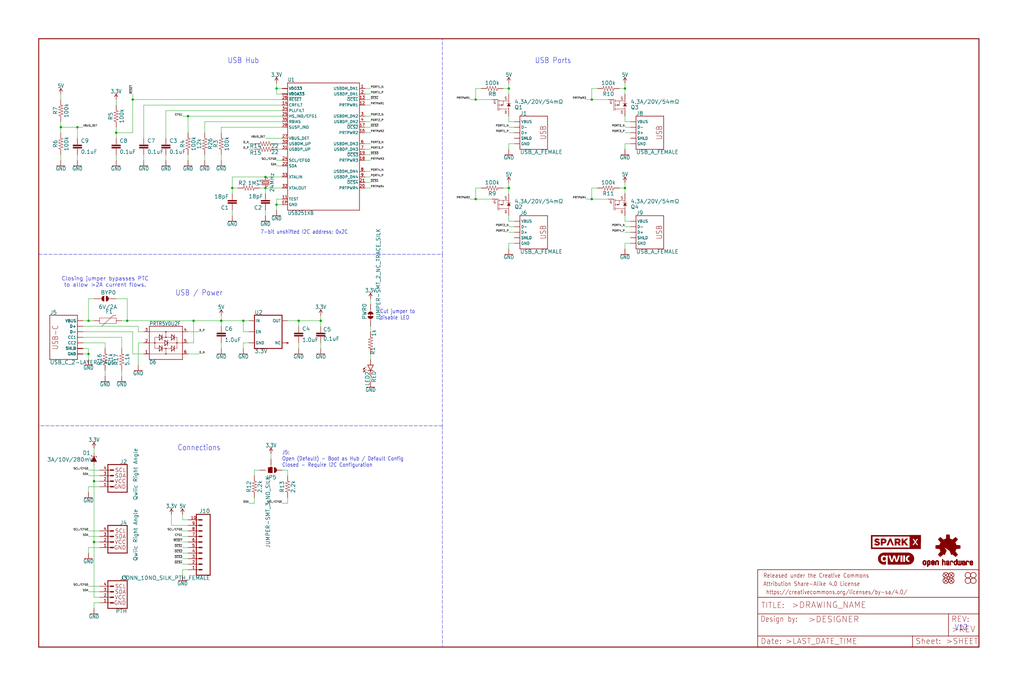
<source format=kicad_sch>
(kicad_sch (version 20211123) (generator eeschema)
  (paper "User" 470.306 317.906)
  (lib_symbols
    (symbol "eagleSchem-eagle-import:0.1UF-0603-25V-5%"
      (property "Reference" "C" (at 1.524 2.921 0))
      (property "Value" "0.1UF-0603-25V-5%" (at 1.524 -2.159 0))
      (symbol "0.1UF-0603-25V-5%_1_0"
        (pin passive line (at 0 5.08 270) (length 2.54) (name "1") (number "1"))
        (pin passive line (at 0 -2.54 90) (length 2.54) (name "2") (number "2"))
      )
    )
    (symbol "eagleSchem-eagle-import:1.0UF-0603-16V-10%-X7R"
      (property "Reference" "C" (at 1.524 2.921 0))
      (property "Value" "1.0UF-0603-16V-10%-X7R" (at 1.524 -2.159 0))
      (symbol "1.0UF-0603-16V-10%-X7R_1_0"
        (pin passive line (at 0 5.08 270) (length 2.54) (name "1") (number "1"))
        (pin passive line (at 0 -2.54 90) (length 2.54) (name "2") (number "2"))
      )
    )
    (symbol "eagleSchem-eagle-import:100KOHM-0603-1{slash}10W-1%"
      (property "Reference" "R" (at 0 1.524 0))
      (property "Value" "100KOHM-0603-1{slash}10W-1%" (at 0 -1.524 0))
      (symbol "100KOHM-0603-1{slash}10W-1%_1_0"
        (pin passive line (at -5.08 0 0) (length 2.54) (name "1") (number "1"))
        (pin passive line (at 5.08 0 180) (length 2.54) (name "2") (number "2"))
      )
    )
    (symbol "eagleSchem-eagle-import:12KOHM-0603-1{slash}10W-1%"
      (property "Reference" "R" (at 0 1.524 0))
      (property "Value" "12KOHM-0603-1{slash}10W-1%" (at 0 -1.524 0))
      (symbol "12KOHM-0603-1{slash}10W-1%_1_0"
        (pin passive line (at -5.08 0 0) (length 2.54) (name "1") (number "1"))
        (pin passive line (at 5.08 0 180) (length 2.54) (name "2") (number "2"))
      )
    )
    (symbol "eagleSchem-eagle-import:18PF-0603-50V-5%"
      (property "Reference" "C" (at 1.524 2.921 0))
      (property "Value" "18PF-0603-50V-5%" (at 1.524 -2.159 0))
      (symbol "18PF-0603-50V-5%_1_0"
        (pin passive line (at 0 5.08 270) (length 2.54) (name "1") (number "1"))
        (pin passive line (at 0 -2.54 90) (length 2.54) (name "2") (number "2"))
      )
    )
    (symbol "eagleSchem-eagle-import:1KOHM-0603-1{slash}10W-1%"
      (property "Reference" "R" (at 0 1.524 0))
      (property "Value" "1KOHM-0603-1{slash}10W-1%" (at 0 -1.524 0))
      (symbol "1KOHM-0603-1{slash}10W-1%_1_0"
        (pin passive line (at -5.08 0 0) (length 2.54) (name "1") (number "1"))
        (pin passive line (at 5.08 0 180) (length 2.54) (name "2") (number "2"))
      )
    )
    (symbol "eagleSchem-eagle-import:1MOHM-0603-1{slash}4W-5%"
      (property "Reference" "R" (at 0 1.524 0))
      (property "Value" "1MOHM-0603-1{slash}4W-5%" (at 0 -1.524 0))
      (symbol "1MOHM-0603-1{slash}4W-5%_1_0"
        (pin passive line (at -5.08 0 0) (length 2.54) (name "1") (number "1"))
        (pin passive line (at 5.08 0 180) (length 2.54) (name "2") (number "2"))
      )
    )
    (symbol "eagleSchem-eagle-import:2.2KOHM-0603-1{slash}10W-1%"
      (property "Reference" "R" (at 0 1.524 0))
      (property "Value" "2.2KOHM-0603-1{slash}10W-1%" (at 0 -1.524 0))
      (symbol "2.2KOHM-0603-1{slash}10W-1%_1_0"
        (pin passive line (at -5.08 0 0) (length 2.54) (name "1") (number "1"))
        (pin passive line (at 5.08 0 180) (length 2.54) (name "2") (number "2"))
      )
    )
    (symbol "eagleSchem-eagle-import:22OHM-0603-1{slash}10W-1%"
      (property "Reference" "R" (at 0 1.524 0))
      (property "Value" "22OHM-0603-1{slash}10W-1%" (at 0 -1.524 0))
      (symbol "22OHM-0603-1{slash}10W-1%_1_0"
        (pin passive line (at -5.08 0 0) (length 2.54) (name "1") (number "1"))
        (pin passive line (at 5.08 0 180) (length 2.54) (name "2") (number "2"))
      )
    )
    (symbol "eagleSchem-eagle-import:3.3V" (power)
      (property "Value" "3.3V" (at 0 2.794 0))
      (symbol "3.3V_1_0"
        (pin power_in line (at 0 0 90) (length 2.54) (name "3.3V") (number "1"))
      )
    )
    (symbol "eagleSchem-eagle-import:5.1KOHM5.1KOHM-0603-1{slash}10W-1%"
      (property "Reference" "R" (at 0 1.524 0))
      (property "Value" "5.1KOHM5.1KOHM-0603-1{slash}10W-1%" (at 0 -1.524 0))
      (symbol "5.1KOHM5.1KOHM-0603-1{slash}10W-1%_1_0"
        (pin passive line (at -5.08 0 0) (length 2.54) (name "1") (number "1"))
        (pin passive line (at 5.08 0 180) (length 2.54) (name "2") (number "2"))
      )
    )
    (symbol "eagleSchem-eagle-import:5V" (power)
      (property "Value" "5V" (at 0 2.794 0))
      (symbol "5V_1_0"
        (pin power_in line (at 0 0 90) (length 2.54) (name "5V") (number "1"))
      )
    )
    (symbol "eagleSchem-eagle-import:CONN_10NO_SILK_PTH_FEMALE"
      (property "Reference" "J" (at 0 8.128 0))
      (property "Value" "CONN_10NO_SILK_PTH_FEMALE" (at 0 -22.606 0))
      (symbol "CONN_10NO_SILK_PTH_FEMALE_1_0"
        (pin passive line (at 10.16 -17.78 180) (length 5.08) (name "1") (number "1"))
        (pin passive line (at 10.16 5.08 180) (length 5.08) (name "10") (number "10"))
        (pin passive line (at 10.16 -15.24 180) (length 5.08) (name "2") (number "2"))
        (pin passive line (at 10.16 -12.7 180) (length 5.08) (name "3") (number "3"))
        (pin passive line (at 10.16 -10.16 180) (length 5.08) (name "4") (number "4"))
        (pin passive line (at 10.16 -7.62 180) (length 5.08) (name "5") (number "5"))
        (pin passive line (at 10.16 -5.08 180) (length 5.08) (name "6") (number "6"))
        (pin passive line (at 10.16 -2.54 180) (length 5.08) (name "7") (number "7"))
        (pin passive line (at 10.16 0 180) (length 5.08) (name "8") (number "8"))
        (pin passive line (at 10.16 2.54 180) (length 5.08) (name "9") (number "9"))
      )
    )
    (symbol "eagleSchem-eagle-import:CRYSTAL-24MHZ-SMD-2.0X1.6MM"
      (property "Reference" "Y" (at 0 2.032 0))
      (property "Value" "CRYSTAL-24MHZ-SMD-2.0X1.6MM" (at 0 -2.032 0))
      (symbol "CRYSTAL-24MHZ-SMD-2.0X1.6MM_1_0"
        (text "1" (at -2.159 -1.143 0) (effects (font (size 0.8636 0.734)) (justify left bottom)))
        (text "2" (at 1.524 -1.143 0) (effects (font (size 0.8636 0.734)) (justify left bottom)))
        (pin passive line (at -2.54 0 0) (length 0) (name "1") (number "1"))
        (pin passive line (at 2.54 0 180) (length 0) (name "2") (number "3"))
      )
    )
    (symbol "eagleSchem-eagle-import:DIODE-SCHOTTKY-BAT60A"
      (property "Reference" "D" (at -2.54 2.032 0))
      (property "Value" "DIODE-SCHOTTKY-BAT60A" (at -2.54 -2.032 0))
      (symbol "DIODE-SCHOTTKY-BAT60A_1_0"
        (pin passive line (at -2.54 0 0) (length 0) (name "A") (number "A"))
        (pin passive line (at 2.54 0 180) (length 0) (name "C") (number "C"))
      )
    )
    (symbol "eagleSchem-eagle-import:FIDUCIALUFIDUCIAL")
    (symbol "eagleSchem-eagle-import:FRAME-LEDGER"
      (symbol "FRAME-LEDGER_2_0"
        (text " https://creativecommons.org/licenses/by-sa/4.0/" (at 2.54 24.13 0) (effects (font (size 1.9304 1.6408)) (justify left bottom)))
        (text ">DESIGNER" (at 23.114 11.176 0) (effects (font (size 2.7432 2.7432)) (justify left bottom)))
        (text ">DRAWING_NAME" (at 15.494 17.78 0) (effects (font (size 2.7432 2.7432)) (justify left bottom)))
        (text ">LAST_DATE_TIME" (at 12.7 1.27 0) (effects (font (size 2.54 2.54)) (justify left bottom)))
        (text ">REV" (at 88.9 6.604 0) (effects (font (size 2.7432 2.7432)) (justify left bottom)))
        (text ">SHEET" (at 86.36 1.27 0) (effects (font (size 2.54 2.54)) (justify left bottom)))
        (text "Attribution Share-Alike 4.0 License" (at 2.54 27.94 0) (effects (font (size 1.9304 1.6408)) (justify left bottom)))
        (text "Date:" (at 1.27 1.27 0) (effects (font (size 2.54 2.54)) (justify left bottom)))
        (text "Design by:" (at 1.27 11.43 0) (effects (font (size 2.54 2.159)) (justify left bottom)))
        (text "Released under the Creative Commons" (at 2.54 31.75 0) (effects (font (size 1.9304 1.6408)) (justify left bottom)))
        (text "REV:" (at 88.9 11.43 0) (effects (font (size 2.54 2.54)) (justify left bottom)))
        (text "Sheet:" (at 72.39 1.27 0) (effects (font (size 2.54 2.54)) (justify left bottom)))
        (text "TITLE:" (at 1.524 17.78 0) (effects (font (size 2.54 2.54)) (justify left bottom)))
      )
    )
    (symbol "eagleSchem-eagle-import:GND" (power)
      (property "Value" "GND" (at 0 -0.254 0))
      (symbol "GND_1_0"
        (pin power_in line (at 0 2.54 270) (length 2.54) (name "GND") (number "1"))
      )
    )
    (symbol "eagleSchem-eagle-import:I2C_STANDARDQWIIC"
      (property "Reference" "J" (at -5.08 7.874 0))
      (property "Value" "I2C_STANDARDQWIIC" (at -5.08 -5.334 0))
      (symbol "I2C_STANDARDQWIIC_1_0"
        (text "GND" (at -4.572 -2.54 0) (effects (font (size 1.778 1.778)) (justify left)))
        (text "SCL" (at -4.572 5.08 0) (effects (font (size 1.778 1.778)) (justify left)))
        (text "SDA" (at -4.572 2.54 0) (effects (font (size 1.778 1.778)) (justify left)))
        (text "VCC" (at -4.572 0 0) (effects (font (size 1.778 1.778)) (justify left)))
        (pin power_in line (at 7.62 -2.54 180) (length 5.08) (name "1") (number "1"))
        (pin power_in line (at 7.62 0 180) (length 5.08) (name "2") (number "2"))
        (pin passive line (at 7.62 2.54 180) (length 5.08) (name "3") (number "3"))
        (pin passive line (at 7.62 5.08 180) (length 5.08) (name "4") (number "4"))
      )
    )
    (symbol "eagleSchem-eagle-import:I2C_STANDARD_NO_SILK"
      (property "Reference" "J" (at -5.08 7.874 0))
      (property "Value" "I2C_STANDARD_NO_SILK" (at -5.08 -5.334 0))
      (symbol "I2C_STANDARD_NO_SILK_1_0"
        (text "GND" (at -4.572 -2.54 0) (effects (font (size 1.778 1.778)) (justify left)))
        (text "SCL" (at -4.572 5.08 0) (effects (font (size 1.778 1.778)) (justify left)))
        (text "SDA" (at -4.572 2.54 0) (effects (font (size 1.778 1.778)) (justify left)))
        (text "VCC" (at -4.572 0 0) (effects (font (size 1.778 1.778)) (justify left)))
        (pin power_in line (at 7.62 -2.54 180) (length 5.08) (name "1") (number "1"))
        (pin power_in line (at 7.62 0 180) (length 5.08) (name "2") (number "2"))
        (pin passive line (at 7.62 2.54 180) (length 5.08) (name "3") (number "3"))
        (pin passive line (at 7.62 5.08 180) (length 5.08) (name "4") (number "4"))
      )
    )
    (symbol "eagleSchem-eagle-import:JUMPER-SMT_2_NC_TRACE_SILK"
      (property "Reference" "JP" (at -2.54 2.54 0))
      (property "Value" "JUMPER-SMT_2_NC_TRACE_SILK" (at -2.54 -2.54 0))
      (symbol "JUMPER-SMT_2_NC_TRACE_SILK_1_0"
        (pin passive line (at -5.08 0 0) (length 2.54) (name "1") (number "1"))
        (pin passive line (at 5.08 0 180) (length 2.54) (name "2") (number "2"))
      )
    )
    (symbol "eagleSchem-eagle-import:JUMPER-SMT_2_NO_SILK"
      (property "Reference" "JP" (at -2.54 2.54 0))
      (property "Value" "JUMPER-SMT_2_NO_SILK" (at -2.54 -2.54 0))
      (symbol "JUMPER-SMT_2_NO_SILK_1_0"
        (pin passive line (at -5.08 0 0) (length 2.54) (name "1") (number "1"))
        (pin passive line (at 5.08 0 180) (length 2.54) (name "2") (number "2"))
      )
    )
    (symbol "eagleSchem-eagle-import:JUMPER-SMT_3_NO_SILK"
      (property "Reference" "JP" (at 2.54 0.381 0))
      (property "Value" "JUMPER-SMT_3_NO_SILK" (at 2.54 -0.381 0))
      (symbol "JUMPER-SMT_3_NO_SILK_1_0"
        (pin passive line (at 0 5.08 270) (length 2.54) (name "1") (number "1"))
        (pin passive line (at -5.08 0 0) (length 2.54) (name "2") (number "2"))
        (pin passive line (at 0 -5.08 90) (length 2.54) (name "3") (number "3"))
      )
    )
    (symbol "eagleSchem-eagle-import:LED-RED0603"
      (property "Reference" "D" (at -3.429 -4.572 90))
      (property "Value" "LED-RED0603" (at 1.905 -4.572 90))
      (symbol "LED-RED0603_1_0"
        (pin passive line (at 0 2.54 270) (length 2.54) (name "A") (number "A"))
        (pin passive line (at 0 -5.08 90) (length 2.54) (name "C") (number "C"))
      )
    )
    (symbol "eagleSchem-eagle-import:MOSFET_PCH-IRLML2244"
      (property "Reference" "Q" (at 5.08 0 0))
      (property "Value" "MOSFET_PCH-IRLML2244" (at 5.08 -2.54 0))
      (symbol "MOSFET_PCH-IRLML2244_1_0"
        (text "D" (at 0.508 2.54 0) (effects (font (size 1.27 1.0795)) (justify left bottom)))
        (text "G" (at -3.302 -0.508 0) (effects (font (size 1.27 1.0795)) (justify right top)))
        (text "S" (at 0.508 -3.81 0) (effects (font (size 1.27 1.0795)) (justify left bottom)))
        (pin bidirectional line (at -5.08 -2.54 0) (length 2.54) (name "G") (number "1"))
        (pin bidirectional line (at 2.54 -5.08 90) (length 2.54) (name "S") (number "2"))
        (pin bidirectional line (at 2.54 5.08 270) (length 2.54) (name "D") (number "3"))
      )
    )
    (symbol "eagleSchem-eagle-import:OSHW-LOGOMINI")
    (symbol "eagleSchem-eagle-import:PPTC_6V2A"
      (property "Reference" "F" (at 1.905 3.175 0))
      (property "Value" "PPTC_6V2A" (at 1.27 -2.794 0))
      (symbol "PPTC_6V2A_1_0"
        (pin bidirectional line (at -5.08 0 0) (length 2.54) (name "1") (number "1"))
        (pin bidirectional line (at 7.62 0 180) (length 2.54) (name "2") (number "2"))
      )
    )
    (symbol "eagleSchem-eagle-import:PRTR5V0U2F"
      (property "Reference" "D" (at -7.62 7.874 0))
      (property "Value" "PRTR5V0U2F" (at -7.62 -7.874 0))
      (symbol "PRTR5V0U2F_1_0"
        (pin bidirectional line (at -10.16 5.08 0) (length 2.54) (name "1") (number "1"))
        (pin power_in line (at -10.16 0 0) (length 2.54) (name "2") (number "2"))
        (pin bidirectional line (at -10.16 -5.08 0) (length 2.54) (name "3") (number "3"))
        (pin bidirectional line (at 10.16 -5.08 180) (length 2.54) (name "4") (number "4"))
        (pin power_in line (at 10.16 0 180) (length 2.54) (name "5") (number "5"))
        (pin bidirectional line (at 10.16 5.08 180) (length 2.54) (name "6") (number "6"))
      )
    )
    (symbol "eagleSchem-eagle-import:QWIIC_LOGO_CONNECTOR")
    (symbol "eagleSchem-eagle-import:SPARKX-LOGO4")
    (symbol "eagleSchem-eagle-import:STAND-OFF")
    (symbol "eagleSchem-eagle-import:USB251XB"
      (property "Reference" "U" (at -17.78 25.908 0))
      (property "Value" "USB251XB" (at -17.78 -35.306 0))
      (symbol "USB251XB_1_0"
        (pin bidirectional line (at 17.78 22.86 180) (length 2.54) (name "USBDM_DN1") (number "1"))
        (pin bidirectional line (at -20.32 20.32 0) (length 2.54) (name "VDDA33") (number "10"))
        (pin bidirectional line (at -20.32 -27.94 0) (length 2.54) (name "TEST") (number "11"))
        (pin bidirectional line (at 17.78 15.24 180) (length 2.54) (name "PRTPWR1") (number "12"))
        (pin bidirectional line (at 17.78 17.78 180) (length 2.54) (name "~{OCS1}") (number "13"))
        (pin bidirectional line (at -20.32 15.24 0) (length 2.54) (name "CRFILT") (number "14"))
        (pin bidirectional line (at -20.32 22.86 0) (length 2.54) (name "VDD33") (number "15"))
        (pin bidirectional line (at 17.78 2.54 180) (length 2.54) (name "PRTPWR2") (number "16"))
        (pin bidirectional line (at 17.78 5.08 180) (length 2.54) (name "~{OCS2}") (number "17"))
        (pin bidirectional line (at 17.78 -10.16 180) (length 2.54) (name "PRTPWR3") (number "18"))
        (pin bidirectional line (at 17.78 -7.62 180) (length 2.54) (name "~{OCS3}") (number "19"))
        (pin bidirectional line (at 17.78 20.32 180) (length 2.54) (name "USBDP_DN1") (number "2"))
        (pin bidirectional line (at 17.78 -22.86 180) (length 2.54) (name "PRTPWR4") (number "20"))
        (pin bidirectional line (at 17.78 -20.32 180) (length 2.54) (name "~{OCS4}") (number "21"))
        (pin bidirectional line (at -20.32 -12.7 0) (length 2.54) (name "SDA") (number "22"))
        (pin bidirectional line (at -20.32 22.86 0) (length 2.54) (name "VDD33") (number "23"))
        (pin bidirectional line (at -20.32 -10.16 0) (length 2.54) (name "SCL/CFG0") (number "24"))
        (pin bidirectional line (at -20.32 10.16 0) (length 2.54) (name "HS_IND/CFG1") (number "25"))
        (pin bidirectional line (at -20.32 17.78 0) (length 2.54) (name "~{RESET}") (number "26"))
        (pin bidirectional line (at -20.32 0 0) (length 2.54) (name "VBUS_DET") (number "27"))
        (pin bidirectional line (at -20.32 5.08 0) (length 2.54) (name "SUSP_IND") (number "28"))
        (pin bidirectional line (at -20.32 20.32 0) (length 2.54) (name "VDDA33") (number "29"))
        (pin bidirectional line (at 17.78 10.16 180) (length 2.54) (name "USBDM_DN2") (number "3"))
        (pin bidirectional line (at -20.32 -2.54 0) (length 2.54) (name "USBDM_UP") (number "30"))
        (pin bidirectional line (at -20.32 -5.08 0) (length 2.54) (name "USBDP_UP") (number "31"))
        (pin bidirectional line (at -20.32 -22.86 0) (length 2.54) (name "XTALOUT") (number "32"))
        (pin bidirectional line (at -20.32 -17.78 0) (length 2.54) (name "XTALIN") (number "33"))
        (pin bidirectional line (at -20.32 12.7 0) (length 2.54) (name "PLLFILT") (number "34"))
        (pin bidirectional line (at -20.32 7.62 0) (length 2.54) (name "RBIAS") (number "35"))
        (pin bidirectional line (at -20.32 20.32 0) (length 2.54) (name "VDDA33") (number "36"))
        (pin bidirectional line (at 17.78 7.62 180) (length 2.54) (name "USBDP_DN2") (number "4"))
        (pin bidirectional line (at -20.32 20.32 0) (length 2.54) (name "VDDA33") (number "5"))
        (pin bidirectional line (at 17.78 -2.54 180) (length 2.54) (name "USBDM_DN3") (number "6"))
        (pin bidirectional line (at 17.78 -5.08 180) (length 2.54) (name "USBDP_DN3") (number "7"))
        (pin bidirectional line (at 17.78 -15.24 180) (length 2.54) (name "USBDM_DN4") (number "8"))
        (pin bidirectional line (at 17.78 -17.78 180) (length 2.54) (name "USBDP_DN4") (number "9"))
        (pin bidirectional line (at -20.32 -30.48 0) (length 2.54) (name "GND") (number "EP"))
      )
    )
    (symbol "eagleSchem-eagle-import:USB_A_SMT_FEMALE_NS"
      (property "Reference" "J" (at -5.08 7.874 0))
      (property "Value" "USB_A_SMT_FEMALE_NS" (at -5.08 -9.906 0))
      (symbol "USB_A_SMT_FEMALE_NS_1_0"
        (text "USB" (at 7.112 -3.302 900) (effects (font (size 2.54 2.159)) (justify left bottom)))
        (pin bidirectional line (at -7.62 0 0) (length 2.54) (name "D+") (number "D+"))
        (pin bidirectional line (at -7.62 2.54 0) (length 2.54) (name "D-") (number "D-"))
        (pin power_in line (at -7.62 -5.08 0) (length 2.54) (name "GND") (number "GND"))
        (pin bidirectional line (at -7.62 -2.54 0) (length 2.54) (name "SHLD") (number "SHLD1"))
        (pin bidirectional line (at -7.62 -2.54 0) (length 2.54) (name "SHLD") (number "SHLD2"))
        (pin power_in line (at -7.62 5.08 0) (length 2.54) (name "VBUS") (number "VBUS"))
      )
    )
    (symbol "eagleSchem-eagle-import:USB_C_2-LAYER_PADS"
      (property "Reference" "J" (at -2.54 10.414 0))
      (property "Value" "USB_C_2-LAYER_PADS" (at -2.54 -12.446 0))
      (symbol "USB_C_2-LAYER_PADS_1_0"
        (text "USB-C" (at 0 0 900) (effects (font (size 2.54 2.159))))
        (pin bidirectional line (at 12.7 0 180) (length 2.54) (name "CC1") (number "A5"))
        (pin bidirectional line (at 12.7 5.08 180) (length 2.54) (name "D+") (number "A6"))
        (pin bidirectional line (at 12.7 2.54 180) (length 2.54) (name "D-") (number "A7"))
        (pin bidirectional line (at 12.7 -2.54 180) (length 2.54) (name "CC2") (number "B5"))
        (pin bidirectional line (at 12.7 5.08 180) (length 2.54) (name "D+") (number "B6"))
        (pin bidirectional line (at 12.7 2.54 180) (length 2.54) (name "D-") (number "B7"))
        (pin bidirectional line (at 12.7 -7.62 180) (length 2.54) (name "GND") (number "GND"))
        (pin bidirectional line (at 12.7 -7.62 180) (length 2.54) (name "GND") (number "GND2"))
        (pin bidirectional line (at 12.7 -5.08 180) (length 2.54) (name "SHLD") (number "SHLD1"))
        (pin bidirectional line (at 12.7 -5.08 180) (length 2.54) (name "SHLD") (number "SHLD2"))
        (pin bidirectional line (at 12.7 -5.08 180) (length 2.54) (name "SHLD") (number "SHLD3"))
        (pin bidirectional line (at 12.7 -5.08 180) (length 2.54) (name "SHLD") (number "SHLD4"))
        (pin bidirectional line (at 12.7 7.62 180) (length 2.54) (name "VBUS") (number "VBUS1"))
        (pin bidirectional line (at 12.7 7.62 180) (length 2.54) (name "VBUS") (number "VBUS2"))
      )
    )
    (symbol "eagleSchem-eagle-import:V_REG_AP2112K-3.3V"
      (property "Reference" "U" (at -7.62 7.874 0))
      (property "Value" "V_REG_AP2112K-3.3V" (at -7.62 -7.874 0))
      (symbol "V_REG_AP2112K-3.3V_1_0"
        (pin input line (at -10.16 5.08 0) (length 2.54) (name "IN") (number "1"))
        (pin input line (at -10.16 -5.08 0) (length 2.54) (name "GND") (number "2"))
        (pin input line (at -10.16 0 0) (length 2.54) (name "EN") (number "3"))
        (pin no_connect line (at 7.62 -5.08 180) (length 2.54) (name "NC") (number "4"))
        (pin passive line (at 7.62 5.08 180) (length 2.54) (name "OUT") (number "5"))
      )
    )
  )
  (junction (at 43.18 220.98))
  (junction (at 53.34 60.96))
  (junction (at 111.76 147.32))
  (junction (at 127 93.98))
  (junction (at 35.56 58.42))
  (junction (at 27.94 58.42))
  (junction (at 86.36 53.34))
  (junction (at 121.92 86.36))
  (junction (at 271.78 91.44))
  (junction (at 287.02 40.64))
  (junction (at 233.68 40.64))
  (junction (at 43.18 248.92))
  (junction (at 88.9 147.32))
  (junction (at 58.42 147.32))
  (junction (at 233.68 86.36))
  (junction (at 147.32 147.32))
  (junction (at 271.78 45.72))
  (junction (at 121.92 81.28))
  (junction (at 40.64 162.56))
  (junction (at 218.44 45.72))
  (junction (at 127 40.64))
  (junction (at 218.44 91.44))
  (junction (at 106.68 86.36))
  (junction (at 40.64 147.32))
  (junction (at 137.16 147.32))
  (junction (at 287.02 86.36))
  (junction (at 60.96 45.72))
  (junction (at 101.6 147.32))
  (wire (pts (xy 167.64 48.26) (xy 170.18 48.26)))
  (wire (pts (xy 86.36 152.4) (xy 91.44 152.4)))
  (wire (pts (xy 101.6 58.42) (xy 101.6 60.96)))
  (wire (pts (xy 45.72 223.52) (xy 40.64 223.52)))
  (wire (pts (xy 40.64 251.46) (xy 40.64 254)))
  (wire (pts (xy 38.1 147.32) (xy 40.64 147.32)))
  (wire (pts (xy 129.54 66.04) (xy 127 66.04)))
  (polyline (pts (xy 203.2 195.58) (xy 203.2 297.18)))
  (wire (pts (xy 289.56 104.14) (xy 287.02 104.14)))
  (wire (pts (xy 86.36 251.46) (xy 83.82 251.46)))
  (wire (pts (xy 53.34 63.5) (xy 53.34 60.96)))
  (wire (pts (xy 132.08 228.6) (xy 132.08 231.14)))
  (wire (pts (xy 45.72 243.84) (xy 40.64 243.84)))
  (wire (pts (xy 129.54 45.72) (xy 60.96 45.72)))
  (wire (pts (xy 116.84 228.6) (xy 116.84 231.14)))
  (wire (pts (xy 127 93.98) (xy 127 96.52)))
  (wire (pts (xy 132.08 147.32) (xy 137.16 147.32)))
  (wire (pts (xy 86.36 243.84) (xy 83.82 243.84)))
  (wire (pts (xy 55.88 172.72) (xy 55.88 170.18)))
  (wire (pts (xy 63.5 152.4) (xy 66.04 152.4)))
  (wire (pts (xy 114.3 152.4) (xy 111.76 152.4)))
  (wire (pts (xy 236.22 106.68) (xy 233.68 106.68)))
  (wire (pts (xy 45.72 271.78) (xy 40.64 271.78)))
  (wire (pts (xy 233.68 99.06) (xy 233.68 101.6)))
  (wire (pts (xy 40.64 147.32) (xy 40.64 137.16)))
  (wire (pts (xy 279.4 45.72) (xy 271.78 45.72)))
  (wire (pts (xy 58.42 147.32) (xy 88.9 147.32)))
  (wire (pts (xy 86.36 241.3) (xy 78.74 241.3)))
  (wire (pts (xy 167.64 58.42) (xy 170.18 58.42)))
  (wire (pts (xy 53.34 60.96) (xy 53.34 58.42)))
  (wire (pts (xy 106.68 86.36) (xy 106.68 88.9)))
  (wire (pts (xy 289.56 106.68) (xy 287.02 106.68)))
  (wire (pts (xy 127 91.44) (xy 127 93.98)))
  (wire (pts (xy 233.68 66.04) (xy 233.68 68.58)))
  (wire (pts (xy 111.76 147.32) (xy 114.3 147.32)))
  (wire (pts (xy 116.84 215.9) (xy 119.38 215.9)))
  (wire (pts (xy 86.36 157.48) (xy 88.9 157.48)))
  (wire (pts (xy 129.54 50.8) (xy 76.2 50.8)))
  (wire (pts (xy 279.4 91.44) (xy 271.78 91.44)))
  (wire (pts (xy 101.6 149.86) (xy 101.6 147.32)))
  (wire (pts (xy 132.08 231.14) (xy 129.54 231.14)))
  (wire (pts (xy 60.96 60.96) (xy 53.34 60.96)))
  (wire (pts (xy 170.18 149.86) (xy 170.18 152.4)))
  (wire (pts (xy 129.54 86.36) (xy 121.92 86.36)))
  (wire (pts (xy 86.36 259.08) (xy 83.82 259.08)))
  (wire (pts (xy 86.36 261.62) (xy 83.82 261.62)))
  (wire (pts (xy 111.76 147.32) (xy 101.6 147.32)))
  (wire (pts (xy 45.72 251.46) (xy 40.64 251.46)))
  (wire (pts (xy 129.54 68.58) (xy 127 68.58)))
  (wire (pts (xy 287.02 99.06) (xy 287.02 101.6)))
  (wire (pts (xy 114.3 157.48) (xy 111.76 157.48)))
  (wire (pts (xy 233.68 43.18) (xy 233.68 40.64)))
  (wire (pts (xy 53.34 137.16) (xy 58.42 137.16)))
  (wire (pts (xy 129.54 53.34) (xy 86.36 53.34)))
  (wire (pts (xy 86.36 238.76) (xy 83.82 238.76)))
  (wire (pts (xy 218.44 45.72) (xy 215.9 45.72)))
  (wire (pts (xy 53.34 73.66) (xy 53.34 71.12)))
  (wire (pts (xy 287.02 111.76) (xy 287.02 114.3)))
  (wire (pts (xy 86.36 73.66) (xy 86.36 71.12)))
  (wire (pts (xy 45.72 269.24) (xy 40.64 269.24)))
  (wire (pts (xy 27.94 43.18) (xy 27.94 45.72)))
  (wire (pts (xy 129.54 76.2) (xy 127 76.2)))
  (wire (pts (xy 45.72 218.44) (xy 40.64 218.44)))
  (wire (pts (xy 167.64 66.04) (xy 170.18 66.04)))
  (wire (pts (xy 167.64 81.28) (xy 170.18 81.28)))
  (wire (pts (xy 129.54 58.42) (xy 101.6 58.42)))
  (wire (pts (xy 83.82 261.62) (xy 83.82 264.16)))
  (wire (pts (xy 167.64 73.66) (xy 170.18 73.66)))
  (wire (pts (xy 27.94 73.66) (xy 27.94 71.12)))
  (wire (pts (xy 167.64 83.82) (xy 170.18 83.82)))
  (wire (pts (xy 45.72 215.9) (xy 40.64 215.9)))
  (wire (pts (xy 236.22 58.42) (xy 233.68 58.42)))
  (wire (pts (xy 101.6 147.32) (xy 101.6 144.78)))
  (wire (pts (xy 86.36 246.38) (xy 83.82 246.38)))
  (wire (pts (xy 129.54 55.88) (xy 93.98 55.88)))
  (wire (pts (xy 53.34 45.72) (xy 53.34 48.26)))
  (wire (pts (xy 220.98 86.36) (xy 218.44 86.36)))
  (wire (pts (xy 76.2 73.66) (xy 76.2 71.12)))
  (wire (pts (xy 45.72 246.38) (xy 40.64 246.38)))
  (wire (pts (xy 167.64 71.12) (xy 170.18 71.12)))
  (wire (pts (xy 167.64 40.64) (xy 170.18 40.64)))
  (wire (pts (xy 132.08 215.9) (xy 129.54 215.9)))
  (wire (pts (xy 45.72 274.32) (xy 43.18 274.32)))
  (wire (pts (xy 38.1 149.86) (xy 63.5 149.86)))
  (wire (pts (xy 284.48 86.36) (xy 287.02 86.36)))
  (wire (pts (xy 289.56 58.42) (xy 287.02 58.42)))
  (wire (pts (xy 289.56 111.76) (xy 287.02 111.76)))
  (wire (pts (xy 127 40.64) (xy 127 38.1)))
  (wire (pts (xy 93.98 55.88) (xy 93.98 60.96)))
  (wire (pts (xy 233.68 53.34) (xy 233.68 55.88)))
  (wire (pts (xy 226.06 91.44) (xy 218.44 91.44)))
  (wire (pts (xy 43.18 220.98) (xy 43.18 213.36)))
  (wire (pts (xy 83.82 238.76) (xy 83.82 236.22)))
  (polyline (pts (xy 203.2 116.84) (xy 203.2 195.58)))
  (wire (pts (xy 121.92 99.06) (xy 121.92 96.52)))
  (wire (pts (xy 40.64 223.52) (xy 40.64 226.06)))
  (wire (pts (xy 218.44 86.36) (xy 218.44 91.44)))
  (wire (pts (xy 60.96 152.4) (xy 60.96 162.56)))
  (wire (pts (xy 40.64 137.16) (xy 43.18 137.16)))
  (wire (pts (xy 66.04 157.48) (xy 63.5 157.48)))
  (wire (pts (xy 38.1 157.48) (xy 48.26 157.48)))
  (wire (pts (xy 86.36 53.34) (xy 83.82 53.34)))
  (wire (pts (xy 289.56 55.88) (xy 287.02 55.88)))
  (wire (pts (xy 287.02 86.36) (xy 287.02 83.82)))
  (wire (pts (xy 40.64 147.32) (xy 43.18 147.32)))
  (wire (pts (xy 289.56 66.04) (xy 287.02 66.04)))
  (wire (pts (xy 289.56 60.96) (xy 287.02 60.96)))
  (wire (pts (xy 236.22 104.14) (xy 233.68 104.14)))
  (wire (pts (xy 66.04 73.66) (xy 66.04 71.12)))
  (wire (pts (xy 48.26 172.72) (xy 48.26 170.18)))
  (wire (pts (xy 101.6 147.32) (xy 88.9 147.32)))
  (wire (pts (xy 93.98 73.66) (xy 93.98 71.12)))
  (wire (pts (xy 106.68 81.28) (xy 106.68 86.36)))
  (wire (pts (xy 231.14 40.64) (xy 233.68 40.64)))
  (wire (pts (xy 116.84 218.44) (xy 116.84 215.9)))
  (wire (pts (xy 274.32 86.36) (xy 271.78 86.36)))
  (wire (pts (xy 231.14 86.36) (xy 233.68 86.36)))
  (wire (pts (xy 170.18 175.26) (xy 170.18 172.72)))
  (wire (pts (xy 27.94 60.96) (xy 27.94 58.42)))
  (wire (pts (xy 167.64 53.34) (xy 170.18 53.34)))
  (wire (pts (xy 147.32 144.78) (xy 147.32 147.32)))
  (wire (pts (xy 35.56 73.66) (xy 35.56 71.12)))
  (wire (pts (xy 233.68 88.9) (xy 233.68 86.36)))
  (wire (pts (xy 86.36 162.56) (xy 91.44 162.56)))
  (wire (pts (xy 27.94 58.42) (xy 35.56 58.42)))
  (wire (pts (xy 43.18 248.92) (xy 43.18 220.98)))
  (wire (pts (xy 63.5 157.48) (xy 63.5 167.64)))
  (wire (pts (xy 40.64 162.56) (xy 40.64 165.1)))
  (wire (pts (xy 170.18 139.7) (xy 170.18 137.16)))
  (wire (pts (xy 116.84 66.04) (xy 114.3 66.04)))
  (wire (pts (xy 271.78 86.36) (xy 271.78 91.44)))
  (wire (pts (xy 101.6 160.02) (xy 101.6 157.48)))
  (wire (pts (xy 43.18 274.32) (xy 43.18 248.92)))
  (wire (pts (xy 48.26 157.48) (xy 48.26 160.02)))
  (wire (pts (xy 170.18 165.1) (xy 170.18 162.56)))
  (wire (pts (xy 40.64 160.02) (xy 40.64 162.56)))
  (wire (pts (xy 38.1 152.4) (xy 60.96 152.4)))
  (wire (pts (xy 287.02 40.64) (xy 287.02 38.1)))
  (wire (pts (xy 287.02 88.9) (xy 287.02 86.36)))
  (wire (pts (xy 111.76 157.48) (xy 111.76 160.02)))
  (wire (pts (xy 167.64 55.88) (xy 170.18 55.88)))
  (wire (pts (xy 129.54 40.64) (xy 127 40.64)))
  (wire (pts (xy 35.56 58.42) (xy 38.1 58.42)))
  (wire (pts (xy 121.92 86.36) (xy 119.38 86.36)))
  (wire (pts (xy 236.22 66.04) (xy 233.68 66.04)))
  (wire (pts (xy 121.92 86.36) (xy 121.92 88.9)))
  (wire (pts (xy 137.16 160.02) (xy 137.16 157.48)))
  (wire (pts (xy 129.54 81.28) (xy 121.92 81.28)))
  (wire (pts (xy 274.32 40.64) (xy 271.78 40.64)))
  (wire (pts (xy 116.84 231.14) (xy 114.3 231.14)))
  (wire (pts (xy 236.22 55.88) (xy 233.68 55.88)))
  (wire (pts (xy 271.78 40.64) (xy 271.78 45.72)))
  (wire (pts (xy 233.68 111.76) (xy 233.68 114.3)))
  (wire (pts (xy 167.64 43.18) (xy 170.18 43.18)))
  (wire (pts (xy 38.1 162.56) (xy 40.64 162.56)))
  (wire (pts (xy 43.18 276.86) (xy 43.18 279.4)))
  (wire (pts (xy 218.44 40.64) (xy 218.44 45.72)))
  (wire (pts (xy 60.96 45.72) (xy 60.96 43.18)))
  (wire (pts (xy 287.02 43.18) (xy 287.02 40.64)))
  (wire (pts (xy 129.54 63.5) (xy 121.92 63.5)))
  (wire (pts (xy 86.36 53.34) (xy 86.36 60.96)))
  (wire (pts (xy 271.78 45.72) (xy 269.24 45.72)))
  (wire (pts (xy 129.54 91.44) (xy 127 91.44)))
  (wire (pts (xy 106.68 99.06) (xy 106.68 96.52)))
  (wire (pts (xy 101.6 73.66) (xy 101.6 71.12)))
  (wire (pts (xy 63.5 149.86) (xy 63.5 152.4)))
  (wire (pts (xy 129.54 93.98) (xy 127 93.98)))
  (wire (pts (xy 111.76 152.4) (xy 111.76 147.32)))
  (wire (pts (xy 236.22 60.96) (xy 233.68 60.96)))
  (wire (pts (xy 45.72 248.92) (xy 43.18 248.92)))
  (wire (pts (xy 129.54 43.18) (xy 127 43.18)))
  (wire (pts (xy 27.94 58.42) (xy 27.94 55.88)))
  (wire (pts (xy 129.54 48.26) (xy 66.04 48.26)))
  (wire (pts (xy 78.74 241.3) (xy 78.74 236.22)))
  (wire (pts (xy 236.22 111.76) (xy 233.68 111.76)))
  (wire (pts (xy 116.84 68.58) (xy 114.3 68.58)))
  (wire (pts (xy 236.22 101.6) (xy 233.68 101.6)))
  (wire (pts (xy 137.16 147.32) (xy 147.32 147.32)))
  (wire (pts (xy 129.54 73.66) (xy 127 73.66)))
  (wire (pts (xy 147.32 149.86) (xy 147.32 147.32)))
  (polyline (pts (xy 17.78 116.84) (xy 203.2 116.84)))
  (wire (pts (xy 284.48 40.64) (xy 287.02 40.64)))
  (wire (pts (xy 167.64 45.72) (xy 170.18 45.72)))
  (wire (pts (xy 167.64 60.96) (xy 170.18 60.96)))
  (wire (pts (xy 86.36 254) (xy 83.82 254)))
  (wire (pts (xy 86.36 248.92) (xy 83.82 248.92)))
  (wire (pts (xy 38.1 160.02) (xy 40.64 160.02)))
  (wire (pts (xy 66.04 48.26) (xy 66.04 63.5)))
  (wire (pts (xy 86.36 256.54) (xy 83.82 256.54)))
  (wire (pts (xy 167.64 68.58) (xy 170.18 68.58)))
  (wire (pts (xy 45.72 276.86) (xy 43.18 276.86)))
  (wire (pts (xy 124.46 208.28) (xy 124.46 210.82)))
  (wire (pts (xy 271.78 91.44) (xy 269.24 91.44)))
  (polyline (pts (xy 203.2 195.58) (xy 17.78 195.58)))
  (wire (pts (xy 287.02 53.34) (xy 287.02 55.88)))
  (wire (pts (xy 167.64 86.36) (xy 170.18 86.36)))
  (wire (pts (xy 127 43.18) (xy 127 40.64)))
  (wire (pts (xy 121.92 81.28) (xy 106.68 81.28)))
  (wire (pts (xy 58.42 147.32) (xy 55.88 147.32)))
  (wire (pts (xy 60.96 162.56) (xy 66.04 162.56)))
  (wire (pts (xy 60.96 45.72) (xy 60.96 60.96)))
  (wire (pts (xy 287.02 66.04) (xy 287.02 68.58)))
  (wire (pts (xy 220.98 40.64) (xy 218.44 40.64)))
  (wire (pts (xy 38.1 154.94) (xy 55.88 154.94)))
  (wire (pts (xy 233.68 40.64) (xy 233.68 38.1)))
  (wire (pts (xy 137.16 147.32) (xy 137.16 149.86)))
  (wire (pts (xy 226.06 45.72) (xy 218.44 45.72)))
  (wire (pts (xy 132.08 218.44) (xy 132.08 215.9)))
  (wire (pts (xy 58.42 137.16) (xy 58.42 147.32)))
  (wire (pts (xy 109.22 86.36) (xy 106.68 86.36)))
  (wire (pts (xy 76.2 50.8) (xy 76.2 63.5)))
  (wire (pts (xy 167.64 78.74) (xy 170.18 78.74)))
  (wire (pts (xy 233.68 86.36) (xy 233.68 83.82)))
  (wire (pts (xy 45.72 220.98) (xy 43.18 220.98)))
  (wire (pts (xy 147.32 160.02) (xy 147.32 157.48)))
  (wire (pts (xy 88.9 157.48) (xy 88.9 147.32)))
  (wire (pts (xy 218.44 91.44) (xy 215.9 91.44)))
  (wire (pts (xy 43.18 208.28) (xy 43.18 205.74)))
  (polyline (pts (xy 203.2 116.84) (xy 203.2 17.78)))
  (wire (pts (xy 289.56 101.6) (xy 287.02 101.6)))
  (wire (pts (xy 55.88 160.02) (xy 55.88 154.94)))
  (wire (pts (xy 35.56 63.5) (xy 35.56 58.42)))
  (text "USB Hub" (at 111.76 27.94 180) (effects (font (size 2.54 2.159))))
  (text "Connections" (at 91.44 205.74 180) (effects (font (size 2.54 2.159))))
  (text "USB / Power" (at 91.44 134.62 180) (effects (font (size 2.54 2.159))))
  (text "V12" (at 438.404 289.814 180) (effects (font (size 2.54 2.159)) (justify left bottom)))
  (text "USB Ports" (at 254 27.94 180) (effects (font (size 2.54 2.159))))
  (text "J5:\nOpen (Default) - Boot as Hub / Default Config\nClosed - Require I2C Configuration" (at 129.54 210.82 180) (effects (font (size 1.778 1.5113)) (justify left)))
  (text "Cut jumper to\ndisable LED" (at 174.498 147.066 180) (effects (font (size 1.778 1.5113)) (justify left bottom)))
  (text "Closing jumper bypasses PTC\nto allow >2A current flows." (at 48.26 129.54 180) (effects (font (size 1.778 1.778))))
  (text "7-bit unshifted I2C address: 0x2C" (at 139.7 106.68 180) (effects (font (size 1.778 1.5113))))
  (label "PORT1_P" (at 170.18 43.18 0) (effects (font (size 0.889 0.889))))
  (label "~{OCS2}" (at 170.18 58.42 0) (effects (font (size 0.889 0.889))))
  (label "SDA" (at 40.64 218.44 180) (effects (font (size 0.889 0.889))))
  (label "PORT2_N" (at 233.68 104.14 180) (effects (font (size 0.889 0.889))))
  (label "~{OCS3}" (at 83.82 256.54 180) (effects (font (size 0.889 0.889))))
  (label "PRTPWR1" (at 170.18 48.26 0) (effects (font (size 0.889 0.889))))
  (label "VBUS_DET" (at 38.1 58.42 0) (effects (font (size 0.889 0.889))))
  (label "PORT3_N" (at 170.18 66.04 0) (effects (font (size 0.889 0.889))))
  (label "CFG1" (at 83.82 53.34 180) (effects (font (size 0.889 0.889))))
  (label "~{RESET}" (at 60.96 43.18 90) (effects (font (size 0.889 0.889))))
  (label "SCL/CFG0" (at 40.64 243.84 180) (effects (font (size 0.889 0.889))))
  (label "PORT1_N" (at 170.18 40.64 0) (effects (font (size 0.889 0.889))))
  (label "CFG1" (at 83.82 246.38 180) (effects (font (size 0.889 0.889))))
  (label "SDA" (at 40.64 246.38 180) (effects (font (size 0.889 0.889))))
  (label "PORT3_P" (at 170.18 68.58 0) (effects (font (size 0.889 0.889))))
  (label "PORT2_P" (at 170.18 55.88 0) (effects (font (size 0.889 0.889))))
  (label "PORT2_N" (at 170.18 53.34 0) (effects (font (size 0.889 0.889))))
  (label "PORT4_N" (at 170.18 78.74 0) (effects (font (size 0.889 0.889))))
  (label "D_P" (at 114.3 68.58 180) (effects (font (size 0.889 0.889))))
  (label "~{OCS1}" (at 83.82 251.46 180) (effects (font (size 0.889 0.889))))
  (label "~{RESET}" (at 83.82 248.92 180) (effects (font (size 0.889 0.889))))
  (label "PORT2_P" (at 233.68 106.68 180) (effects (font (size 0.889 0.889))))
  (label "SDA" (at 40.64 271.78 180) (effects (font (size 0.889 0.889))))
  (label "PORT4_P" (at 170.18 81.28 0) (effects (font (size 0.889 0.889))))
  (label "PORT3_N" (at 287.02 58.42 180) (effects (font (size 0.889 0.889))))
  (label "~{OCS4}" (at 83.82 259.08 180) (effects (font (size 0.889 0.889))))
  (label "VBUS_DET" (at 121.92 63.5 180) (effects (font (size 0.889 0.889))))
  (label "D_N" (at 114.3 66.04 180) (effects (font (size 0.889 0.889))))
  (label "PORT1_N" (at 233.68 58.42 180) (effects (font (size 0.889 0.889))))
  (label "PRTPWR4" (at 170.18 86.36 0) (effects (font (size 0.889 0.889))))
  (label "PORT4_P" (at 287.02 106.68 180) (effects (font (size 0.889 0.889))))
  (label "D_N" (at 91.44 162.56 0) (effects (font (size 0.889 0.889))))
  (label "SDA" (at 127 76.2 180) (effects (font (size 0.889 0.889))))
  (label "SCL/CFG0" (at 83.82 243.84 180) (effects (font (size 0.889 0.889))))
  (label "SCL/CFG0" (at 40.64 269.24 180) (effects (font (size 0.889 0.889))))
  (label "SCL/CFG0" (at 40.64 215.9 180) (effects (font (size 0.889 0.889))))
  (label "PRTPWR2" (at 215.9 91.44 180) (effects (font (size 0.889 0.889))))
  (label "SDA" (at 114.3 231.14 180) (effects (font (size 0.889 0.889))))
  (label "D_P" (at 91.44 152.4 0) (effects (font (size 0.889 0.889))))
  (label "SCL/CFG0" (at 129.54 231.14 180) (effects (font (size 0.889 0.889))))
  (label "PORT1_P" (at 233.68 60.96 180) (effects (font (size 0.889 0.889))))
  (label "~{OCS3}" (at 170.18 71.12 0) (effects (font (size 0.889 0.889))))
  (label "PRTPWR2" (at 170.18 60.96 0) (effects (font (size 0.889 0.889))))
  (label "PRTPWR3" (at 269.24 45.72 180) (effects (font (size 0.889 0.889))))
  (label "PORT3_P" (at 287.02 60.96 180) (effects (font (size 0.889 0.889))))
  (label "PRTPWR1" (at 215.9 45.72 180) (effects (font (size 0.889 0.889))))
  (label "~{OCS2}" (at 83.82 254 180) (effects (font (size 0.889 0.889))))
  (label "PRTPWR3" (at 170.18 73.66 0) (effects (font (size 0.889 0.889))))
  (label "~{OCS4}" (at 170.18 83.82 0) (effects (font (size 0.889 0.889))))
  (label "SCL/CFG0" (at 127 73.66 180) (effects (font (size 0.889 0.889))))
  (label "~{OCS1}" (at 170.18 45.72 0) (effects (font (size 0.889 0.889))))
  (label "PORT4_N" (at 287.02 104.14 180) (effects (font (size 0.889 0.889))))
  (label "PRTPWR4" (at 269.24 91.44 180) (effects (font (size 0.889 0.889))))
  (symbol (lib_id "eagleSchem-eagle-import:FIDUCIALUFIDUCIAL") (at 436.88 266.7 270) (unit 1)
    (property "Reference" "JP81" (effects hide))
    (property "Value" "FIDUCIALUFIDUCIAL" (effects hide))
    (property "Footprint" "eagleSchem:MICRO-FIDUCIAL" (effects hide))
  )
  (symbol (lib_id "eagleSchem-eagle-import:GND") (at 83.82 266.7 0) (mirror y) (unit 1)
    (property "Reference" "#GND1" (effects hide))
    (property "Value" "GND" (at 83.82 266.954 0) (effects (font (size 1.778 1.5113)) (justify top)))
    (property "Footprint" "eagleSchem:" (effects hide))
  )
  (symbol (lib_id "eagleSchem-eagle-import:JUMPER-SMT_3_NO_SILK") (at 124.46 215.9 270) (unit 1)
    (property "Reference" "JP5" (at 121.92 220.218 90) (effects (font (size 1.778 1.778)) (justify left bottom)))
    (property "Value" "JUMPER-SMT_3_NO_SILK" (at 124.079 218.44 0) (effects (font (size 1.778 1.778)) (justify left top)))
    (property "Footprint" "eagleSchem:SMT-JUMPER_3_NO_SILK" (effects hide))
  )
  (symbol (lib_id "eagleSchem-eagle-import:USB251XB") (at 149.86 63.5 0) (unit 1)
    (property "Reference" "U1" (at 132.08 37.592 0) (effects (font (size 1.778 1.5113)) (justify left bottom)))
    (property "Value" "USB251XB" (at 132.08 98.806 0) (effects (font (size 1.778 1.5113)) (justify left bottom)))
    (property "Footprint" "eagleSchem:QFN-36" (effects hide))
  )
  (symbol (lib_id "eagleSchem-eagle-import:100KOHM-0603-1{slash}10W-1%") (at 226.06 86.36 180) (unit 1)
    (property "Reference" "R9" (at 226.06 87.884 0) (effects (font (size 1.778 1.778)) (justify bottom)))
    (property "Value" "100k" (at 226.06 84.836 0) (effects (font (size 1.778 1.778)) (justify top)))
    (property "Footprint" "eagleSchem:0603" (effects hide))
  )
  (symbol (lib_id "eagleSchem-eagle-import:GND") (at 76.2 76.2 0) (unit 1)
    (property "Reference" "#GND24" (effects hide))
    (property "Value" "GND" (at 76.2 76.454 0) (effects (font (size 1.778 1.5113)) (justify top)))
    (property "Footprint" "eagleSchem:" (effects hide))
  )
  (symbol (lib_id "eagleSchem-eagle-import:GND") (at 40.64 228.6 0) (mirror y) (unit 1)
    (property "Reference" "#GND6" (effects hide))
    (property "Value" "GND" (at 40.64 228.854 0) (effects (font (size 1.778 1.5113)) (justify top)))
    (property "Footprint" "eagleSchem:" (effects hide))
  )
  (symbol (lib_id "eagleSchem-eagle-import:5V") (at 101.6 144.78 0) (unit 1)
    (property "Reference" "#SUPPLY3" (effects hide))
    (property "Value" "5V" (at 101.6 141.986 0) (effects (font (size 1.778 1.5113)) (justify bottom)))
    (property "Footprint" "eagleSchem:" (effects hide))
  )
  (symbol (lib_id "eagleSchem-eagle-import:100KOHM-0603-1{slash}10W-1%") (at 101.6 66.04 90) (unit 1)
    (property "Reference" "R3" (at 100.076 66.04 0) (effects (font (size 1.778 1.778)) (justify bottom)))
    (property "Value" "100k" (at 103.124 66.04 0) (effects (font (size 1.778 1.778)) (justify top)))
    (property "Footprint" "eagleSchem:0603" (effects hide))
  )
  (symbol (lib_id "eagleSchem-eagle-import:0.1UF-0603-25V-5%") (at 147.32 152.4 180) (unit 1)
    (property "Reference" "C5" (at 148.336 152.273 0) (effects (font (size 1.778 1.778)) (justify right top)))
    (property "Value" "0.1uF" (at 148.336 156.591 0) (effects (font (size 1.778 1.778)) (justify right top)))
    (property "Footprint" "eagleSchem:0603" (effects hide))
  )
  (symbol (lib_id "eagleSchem-eagle-import:22OHM-0603-1{slash}10W-1%") (at 121.92 68.58 0) (unit 1)
    (property "Reference" "R15" (at 117.348 71.12 0) (effects (font (size 1.778 1.778)) (justify bottom)))
    (property "Value" "22" (at 126.238 70.866 0) (effects (font (size 1.778 1.778)) (justify bottom)))
    (property "Footprint" "eagleSchem:0603" (effects hide))
  )
  (symbol (lib_id "eagleSchem-eagle-import:GND") (at 170.18 177.8 0) (unit 1)
    (property "Reference" "#GND12" (effects hide))
    (property "Value" "GND" (at 170.18 178.054 0) (effects (font (size 1.778 1.5113)) (justify top)))
    (property "Footprint" "eagleSchem:" (effects hide))
  )
  (symbol (lib_id "eagleSchem-eagle-import:GND") (at 287.02 116.84 0) (unit 1)
    (property "Reference" "#GND26" (effects hide))
    (property "Value" "GND" (at 287.02 117.094 0) (effects (font (size 1.778 1.5113)) (justify top)))
    (property "Footprint" "eagleSchem:" (effects hide))
  )
  (symbol (lib_id "eagleSchem-eagle-import:5V") (at 83.82 236.22 0) (unit 1)
    (property "Reference" "#SUPPLY11" (effects hide))
    (property "Value" "5V" (at 83.82 233.426 0) (effects (font (size 1.778 1.5113)) (justify bottom)))
    (property "Footprint" "eagleSchem:" (effects hide))
  )
  (symbol (lib_id "eagleSchem-eagle-import:PRTR5V0U2F") (at 76.2 157.48 0) (mirror x) (unit 1)
    (property "Reference" "D6" (at 68.58 165.354 0) (effects (font (size 1.778 1.5113)) (justify left bottom)))
    (property "Value" "PRTR5V0U2F" (at 68.58 149.606 0) (effects (font (size 1.778 1.5113)) (justify left top)))
    (property "Footprint" "eagleSchem:SOT886" (effects hide))
  )
  (symbol (lib_id "eagleSchem-eagle-import:MOSFET_PCH-IRLML2244") (at 231.14 48.26 0) (mirror x) (unit 1)
    (property "Reference" "Q1" (at 236.22 48.26 0) (effects (font (size 1.778 1.778)) (justify left bottom)))
    (property "Value" "4.3A/20V/54mΩ" (at 236.22 45.72 0) (effects (font (size 1.778 1.778)) (justify left bottom)))
    (property "Footprint" "eagleSchem:SOT23-3" (effects hide))
  )
  (symbol (lib_id "eagleSchem-eagle-import:I2C_STANDARD_NO_SILK") (at 53.34 274.32 0) (mirror y) (unit 1)
    (property "Reference" "J3" (at 58.42 266.446 0) (effects (font (size 1.778 1.778)) (justify left bottom)))
    (property "Value" "PTH" (at 58.42 279.654 0) (effects (font (size 1.778 1.778)) (justify left top)))
    (property "Footprint" "eagleSchem:1X04_NO_SILK" (effects hide))
  )
  (symbol (lib_id "eagleSchem-eagle-import:PPTC_6V2A") (at 48.26 147.32 0) (unit 1)
    (property "Reference" "F1" (at 50.165 144.145 0) (effects (font (size 1.778 1.778)) (justify bottom)))
    (property "Value" "6V/2A" (at 49.53 141.986 0) (effects (font (size 1.778 1.778)) (justify bottom)))
    (property "Footprint" "eagleSchem:1210" (effects hide))
  )
  (symbol (lib_id "eagleSchem-eagle-import:MOSFET_PCH-IRLML2244") (at 284.48 48.26 0) (mirror x) (unit 1)
    (property "Reference" "Q3" (at 289.56 48.26 0) (effects (font (size 1.778 1.778)) (justify left bottom)))
    (property "Value" "4.3A/20V/54mΩ" (at 289.56 45.72 0) (effects (font (size 1.778 1.778)) (justify left bottom)))
    (property "Footprint" "eagleSchem:SOT23-3" (effects hide))
  )
  (symbol (lib_id "eagleSchem-eagle-import:USB_A_SMT_FEMALE_NS") (at 297.18 106.68 0) (unit 1)
    (property "Reference" "J9" (at 292.1 98.806 0) (effects (font (size 1.778 1.778)) (justify left bottom)))
    (property "Value" "USB_A_FEMALE" (at 292.1 116.586 0) (effects (font (size 1.778 1.778)) (justify left bottom)))
    (property "Footprint" "eagleSchem:USB-A-S-NOSILK-FEMALE" (effects hide))
  )
  (symbol (lib_id "eagleSchem-eagle-import:GND") (at 101.6 162.56 0) (unit 1)
    (property "Reference" "#GND16" (effects hide))
    (property "Value" "GND" (at 101.6 162.814 0) (effects (font (size 1.778 1.5113)) (justify top)))
    (property "Footprint" "eagleSchem:" (effects hide))
  )
  (symbol (lib_id "eagleSchem-eagle-import:5.1KOHM5.1KOHM-0603-1{slash}10W-1%") (at 55.88 165.1 90) (unit 1)
    (property "Reference" "R17" (at 54.356 165.1 0) (effects (font (size 1.778 1.778)) (justify bottom)))
    (property "Value" "5.1k" (at 57.404 165.1 0) (effects (font (size 1.778 1.778)) (justify top)))
    (property "Footprint" "eagleSchem:0603" (effects hide))
  )
  (symbol (lib_id "eagleSchem-eagle-import:GND") (at 233.68 116.84 0) (unit 1)
    (property "Reference" "#GND17" (effects hide))
    (property "Value" "GND" (at 233.68 117.094 0) (effects (font (size 1.778 1.5113)) (justify top)))
    (property "Footprint" "eagleSchem:" (effects hide))
  )
  (symbol (lib_id "eagleSchem-eagle-import:JUMPER-SMT_2_NC_TRACE_SILK") (at 170.18 144.78 90) (unit 1)
    (property "Reference" "PWR0" (at 168.402 146.812 0) (effects (font (size 1.778 1.778)) (justify left bottom)))
    (property "Value" "JUMPER-SMT_2_NC_TRACE_SILK" (at 172.72 147.32 0) (effects (font (size 1.778 1.778)) (justify left top)))
    (property "Footprint" "eagleSchem:SMT-JUMPER_2_NC_TRACE_SILK" (effects hide))
  )
  (symbol (lib_id "eagleSchem-eagle-import:GND") (at 93.98 76.2 0) (unit 1)
    (property "Reference" "#GND18" (effects hide))
    (property "Value" "GND" (at 93.98 76.454 0) (effects (font (size 1.778 1.5113)) (justify top)))
    (property "Footprint" "eagleSchem:" (effects hide))
  )
  (symbol (lib_id "eagleSchem-eagle-import:100KOHM-0603-1{slash}10W-1%") (at 27.94 50.8 90) (unit 1)
    (property "Reference" "R7" (at 26.416 50.8 0) (effects (font (size 1.778 1.778)) (justify bottom)))
    (property "Value" "100k" (at 29.464 50.8 0) (effects (font (size 1.778 1.778)) (justify top)))
    (property "Footprint" "eagleSchem:0603" (effects hide))
  )
  (symbol (lib_id "eagleSchem-eagle-import:0.1UF-0603-25V-5%") (at 53.34 68.58 0) (unit 1)
    (property "Reference" "C8" (at 54.864 65.659 0) (effects (font (size 1.778 1.778)) (justify left bottom)))
    (property "Value" "0.1uF" (at 54.864 70.739 0) (effects (font (size 1.778 1.778)) (justify left bottom)))
    (property "Footprint" "eagleSchem:0603" (effects hide))
  )
  (symbol (lib_id "eagleSchem-eagle-import:GND") (at 48.26 175.26 0) (unit 1)
    (property "Reference" "#GND13" (effects hide))
    (property "Value" "GND" (at 48.26 175.514 0) (effects (font (size 1.778 1.5113)) (justify top)))
    (property "Footprint" "eagleSchem:" (effects hide))
  )
  (symbol (lib_id "eagleSchem-eagle-import:JUMPER-SMT_2_NO_SILK") (at 48.26 137.16 0) (unit 1)
    (property "Reference" "BYP0" (at 46.228 135.382 0) (effects (font (size 1.778 1.778)) (justify left bottom)))
    (property "Value" "JUMPER-SMT_2_NO_SILK" (effects hide))
    (property "Footprint" "eagleSchem:SMT-JUMPER_2_NO_SILK" (effects hide))
  )
  (symbol (lib_id "eagleSchem-eagle-import:STAND-OFF") (at 447.04 264.16 0) (unit 1)
    (property "Reference" "JP31" (effects hide))
    (property "Value" "STAND-OFF" (effects hide))
    (property "Footprint" "eagleSchem:STAND-OFF" (effects hide))
  )
  (symbol (lib_id "eagleSchem-eagle-import:3.3V") (at 127 38.1 0) (unit 1)
    (property "Reference" "#SUPPLY1" (effects hide))
    (property "Value" "3.3V" (at 127 35.306 0) (effects (font (size 1.778 1.5113)) (justify bottom)))
    (property "Footprint" "eagleSchem:" (effects hide))
  )
  (symbol (lib_id "eagleSchem-eagle-import:0.1UF-0603-25V-5%") (at 35.56 68.58 0) (unit 1)
    (property "Reference" "C9" (at 37.084 65.659 0) (effects (font (size 1.778 1.778)) (justify left bottom)))
    (property "Value" "0.1uF" (at 37.084 70.739 0) (effects (font (size 1.778 1.778)) (justify left bottom)))
    (property "Footprint" "eagleSchem:0603" (effects hide))
  )
  (symbol (lib_id "eagleSchem-eagle-import:GND") (at 55.88 175.26 0) (unit 1)
    (property "Reference" "#GND14" (effects hide))
    (property "Value" "GND" (at 55.88 175.514 0) (effects (font (size 1.778 1.5113)) (justify top)))
    (property "Footprint" "eagleSchem:" (effects hide))
  )
  (symbol (lib_id "eagleSchem-eagle-import:FIDUCIALUFIDUCIAL") (at 434.34 264.16 270) (unit 1)
    (property "Reference" "JP21" (effects hide))
    (property "Value" "FIDUCIALUFIDUCIAL" (effects hide))
    (property "Footprint" "eagleSchem:MICRO-FIDUCIAL" (effects hide))
  )
  (symbol (lib_id "eagleSchem-eagle-import:GND") (at 287.02 71.12 0) (unit 1)
    (property "Reference" "#GND23" (effects hide))
    (property "Value" "GND" (at 287.02 71.374 0) (effects (font (size 1.778 1.5113)) (justify top)))
    (property "Footprint" "eagleSchem:" (effects hide))
  )
  (symbol (lib_id "eagleSchem-eagle-import:5.1KOHM5.1KOHM-0603-1{slash}10W-1%") (at 48.26 165.1 90) (unit 1)
    (property "Reference" "R16" (at 46.736 165.1 0) (effects (font (size 1.778 1.778)) (justify bottom)))
    (property "Value" "5.1k" (at 49.784 165.1 0) (effects (font (size 1.778 1.778)) (justify top)))
    (property "Footprint" "eagleSchem:0603" (effects hide))
  )
  (symbol (lib_id "eagleSchem-eagle-import:GND") (at 147.32 162.56 0) (unit 1)
    (property "Reference" "#GND22" (effects hide))
    (property "Value" "GND" (at 147.32 162.814 0) (effects (font (size 1.778 1.5113)) (justify top)))
    (property "Footprint" "eagleSchem:" (effects hide))
  )
  (symbol (lib_id "eagleSchem-eagle-import:GND") (at 43.18 281.94 0) (mirror y) (unit 1)
    (property "Reference" "#GND8" (effects hide))
    (property "Value" "GND" (at 43.18 282.194 0) (effects (font (size 1.778 1.5113)) (justify top)))
    (property "Footprint" "eagleSchem:" (effects hide))
  )
  (symbol (lib_id "eagleSchem-eagle-import:3.3V") (at 78.74 236.22 0) (unit 1)
    (property "Reference" "#SUPPLY10" (effects hide))
    (property "Value" "3.3V" (at 78.74 233.426 0) (effects (font (size 1.778 1.5113)) (justify bottom)))
    (property "Footprint" "eagleSchem:" (effects hide))
  )
  (symbol (lib_id "eagleSchem-eagle-import:0.1UF-0603-25V-5%") (at 76.2 68.58 0) (unit 1)
    (property "Reference" "C3" (at 77.724 65.659 0) (effects (font (size 1.778 1.778)) (justify left bottom)))
    (property "Value" "0.1uF" (at 77.724 70.739 0) (effects (font (size 1.778 1.778)) (justify left bottom)))
    (property "Footprint" "eagleSchem:0603" (effects hide))
  )
  (symbol (lib_id "eagleSchem-eagle-import:MOSFET_PCH-IRLML2244") (at 231.14 93.98 0) (mirror x) (unit 1)
    (property "Reference" "Q2" (at 236.22 93.98 0) (effects (font (size 1.778 1.778)) (justify left bottom)))
    (property "Value" "4.3A/20V/54mΩ" (at 236.22 91.44 0) (effects (font (size 1.778 1.778)) (justify left bottom)))
    (property "Footprint" "eagleSchem:SOT23-3" (effects hide))
  )
  (symbol (lib_id "eagleSchem-eagle-import:GND") (at 35.56 76.2 0) (unit 1)
    (property "Reference" "#GND28" (effects hide))
    (property "Value" "GND" (at 35.56 76.454 0) (effects (font (size 1.778 1.5113)) (justify top)))
    (property "Footprint" "eagleSchem:" (effects hide))
  )
  (symbol (lib_id "eagleSchem-eagle-import:100KOHM-0603-1{slash}10W-1%") (at 226.06 40.64 180) (unit 1)
    (property "Reference" "R8" (at 226.06 42.164 0) (effects (font (size 1.778 1.778)) (justify bottom)))
    (property "Value" "100k" (at 226.06 39.116 0) (effects (font (size 1.778 1.778)) (justify top)))
    (property "Footprint" "eagleSchem:0603" (effects hide))
  )
  (symbol (lib_id "eagleSchem-eagle-import:3.3V") (at 43.18 205.74 0) (unit 1)
    (property "Reference" "#SUPPLY4" (effects hide))
    (property "Value" "3.3V" (at 43.18 202.946 0) (effects (font (size 1.778 1.5113)) (justify bottom)))
    (property "Footprint" "eagleSchem:" (effects hide))
  )
  (symbol (lib_id "eagleSchem-eagle-import:LED-RED0603") (at 170.18 167.64 0) (unit 1)
    (property "Reference" "LED2" (at 169.799 177.292 90) (effects (font (size 1.778 1.778)) (justify left bottom)))
    (property "Value" "RED" (at 170.688 175.768 90) (effects (font (size 1.778 1.778)) (justify left top)))
    (property "Footprint" "eagleSchem:LED-0603" (effects hide))
  )
  (symbol (lib_id "eagleSchem-eagle-import:GND") (at 40.64 167.64 0) (unit 1)
    (property "Reference" "#GND11" (effects hide))
    (property "Value" "GND" (at 40.64 167.894 0) (effects (font (size 1.778 1.5113)) (justify top)))
    (property "Footprint" "eagleSchem:" (effects hide))
  )
  (symbol (lib_id "eagleSchem-eagle-import:CRYSTAL-24MHZ-SMD-2.0X1.6MM") (at 121.92 83.82 90) (unit 1)
    (property "Reference" "Y1" (at 119.888 83.82 0) (effects (font (size 1.778 1.778)) (justify bottom)))
    (property "Value" "24MHz" (at 123.952 83.82 0) (effects (font (size 1.778 1.778)) (justify top)))
    (property "Footprint" "eagleSchem:CRYSTAL-SMD-2.0X1.6MM" (effects hide))
  )
  (symbol (lib_id "eagleSchem-eagle-import:QWIIC_LOGO_CONNECTOR") (at 411.48 256.54 0) (unit 1)
    (property "Reference" "LOGO2" (effects hide))
    (property "Value" "QWIIC_LOGO_CONNECTOR" (effects hide))
    (property "Footprint" "eagleSchem:QWIIC_5.5MM" (effects hide))
  )
  (symbol (lib_id "eagleSchem-eagle-import:5V") (at 233.68 83.82 0) (unit 1)
    (property "Reference" "#SUPPLY9" (effects hide))
    (property "Value" "5V" (at 233.68 81.026 0) (effects (font (size 1.778 1.5113)) (justify bottom)))
    (property "Footprint" "eagleSchem:" (effects hide))
  )
  (symbol (lib_id "eagleSchem-eagle-import:100KOHM-0603-1{slash}10W-1%") (at 27.94 66.04 90) (unit 1)
    (property "Reference" "R6" (at 26.416 66.04 0) (effects (font (size 1.778 1.778)) (justify bottom)))
    (property "Value" "100k" (at 29.464 66.04 0) (effects (font (size 1.778 1.778)) (justify top)))
    (property "Footprint" "eagleSchem:0603" (effects hide))
  )
  (symbol (lib_id "eagleSchem-eagle-import:FIDUCIALUFIDUCIAL") (at 436.88 264.16 0) (unit 1)
    (property "Reference" "JP61" (effects hide))
    (property "Value" "FIDUCIALUFIDUCIAL" (effects hide))
    (property "Footprint" "eagleSchem:MICRO-FIDUCIAL" (effects hide))
  )
  (symbol (lib_id "eagleSchem-eagle-import:5V") (at 287.02 83.82 0) (unit 1)
    (property "Reference" "#SUPPLY13" (effects hide))
    (property "Value" "5V" (at 287.02 81.026 0) (effects (font (size 1.778 1.5113)) (justify bottom)))
    (property "Footprint" "eagleSchem:" (effects hide))
  )
  (symbol (lib_id "eagleSchem-eagle-import:FRAME-LEDGER") (at 347.98 297.18 0) (unit 2)
    (property "Reference" "FRAME2" (effects hide))
    (property "Value" "FRAME-LEDGER" (effects hide))
    (property "Footprint" "eagleSchem:CREATIVE_COMMONS" (effects hide))
  )
  (symbol (lib_id "eagleSchem-eagle-import:GND") (at 101.6 76.2 0) (unit 1)
    (property "Reference" "#GND10" (effects hide))
    (property "Value" "GND" (at 101.6 76.454 0) (effects (font (size 1.778 1.5113)) (justify top)))
    (property "Footprint" "eagleSchem:" (effects hide))
  )
  (symbol (lib_id "eagleSchem-eagle-import:STAND-OFF") (at 444.5 266.7 0) (unit 1)
    (property "Reference" "JP101" (effects hide))
    (property "Value" "STAND-OFF" (effects hide))
    (property "Footprint" "eagleSchem:STAND-OFF" (effects hide))
  )
  (symbol (lib_id "eagleSchem-eagle-import:3.3V") (at 124.46 208.28 0) (unit 1)
    (property "Reference" "#SUPPLY15" (effects hide))
    (property "Value" "3.3V" (at 124.46 205.486 0) (effects (font (size 1.778 1.5113)) (justify bottom)))
    (property "Footprint" "eagleSchem:" (effects hide))
  )
  (symbol (lib_id "eagleSchem-eagle-import:GND") (at 233.68 71.12 0) (unit 1)
    (property "Reference" "#GND9" (effects hide))
    (property "Value" "GND" (at 233.68 71.374 0) (effects (font (size 1.778 1.5113)) (justify top)))
    (property "Footprint" "eagleSchem:" (effects hide))
  )
  (symbol (lib_id "eagleSchem-eagle-import:2.2KOHM-0603-1{slash}10W-1%") (at 132.08 223.52 90) (unit 1)
    (property "Reference" "R13" (at 130.556 223.52 0) (effects (font (size 1.778 1.778)) (justify bottom)))
    (property "Value" "2.2k" (at 133.604 223.52 0) (effects (font (size 1.778 1.778)) (justify top)))
    (property "Footprint" "eagleSchem:0603" (effects hide))
  )
  (symbol (lib_id "eagleSchem-eagle-import:12KOHM-0603-1{slash}10W-1%") (at 93.98 66.04 270) (unit 1)
    (property "Reference" "R26" (at 95.504 66.04 0) (effects (font (size 1.778 1.778)) (justify bottom)))
    (property "Value" "12k" (at 92.456 66.04 0) (effects (font (size 1.778 1.778)) (justify top)))
    (property "Footprint" "eagleSchem:0603" (effects hide))
  )
  (symbol (lib_id "eagleSchem-eagle-import:1.0UF-0603-16V-10%-X7R") (at 101.6 154.94 0) (unit 1)
    (property "Reference" "C6" (at 103.124 152.019 0) (effects (font (size 1.778 1.778)) (justify left bottom)))
    (property "Value" "1.0uF" (at 103.124 157.099 0) (effects (font (size 1.778 1.778)) (justify left bottom)))
    (property "Footprint" "eagleSchem:0603" (effects hide))
  )
  (symbol (lib_id "eagleSchem-eagle-import:USB_A_SMT_FEMALE_NS") (at 243.84 106.68 0) (unit 1)
    (property "Reference" "J6" (at 238.76 98.806 0) (effects (font (size 1.778 1.778)) (justify left bottom)))
    (property "Value" "USB_A_FEMALE" (at 238.76 116.586 0) (effects (font (size 1.778 1.778)) (justify left bottom)))
    (property "Footprint" "eagleSchem:USB-A-S-NOSILK-FEMALE" (effects hide))
  )
  (symbol (lib_id "eagleSchem-eagle-import:5V") (at 233.68 38.1 0) (unit 1)
    (property "Reference" "#SUPPLY6" (effects hide))
    (property "Value" "5V" (at 233.68 35.306 0) (effects (font (size 1.778 1.5113)) (justify bottom)))
    (property "Footprint" "eagleSchem:" (effects hide))
  )
  (symbol (lib_id "eagleSchem-eagle-import:GND") (at 127 99.06 0) (unit 1)
    (property "Reference" "#GND5" (effects hide))
    (property "Value" "GND" (at 127 99.314 0) (effects (font (size 1.778 1.5113)) (justify top)))
    (property "Footprint" "eagleSchem:" (effects hide))
  )
  (symbol (lib_id "eagleSchem-eagle-import:CONN_10NO_SILK_PTH_FEMALE") (at 96.52 243.84 0) (mirror y) (unit 1)
    (property "Reference" "J10" (at 96.52 235.712 0) (effects (font (size 1.778 1.778)) (justify left bottom)))
    (property "Value" "CONN_10NO_SILK_PTH_FEMALE" (at 96.52 266.446 0) (effects (font (size 1.778 1.778)) (justify left bottom)))
    (property "Footprint" "eagleSchem:1X10_NO_SILK" (effects hide))
  )
  (symbol (lib_id "eagleSchem-eagle-import:STAND-OFF") (at 444.5 264.16 0) (unit 1)
    (property "Reference" "JP91" (effects hide))
    (property "Value" "STAND-OFF" (effects hide))
    (property "Footprint" "eagleSchem:STAND-OFF" (effects hide))
  )
  (symbol (lib_id "eagleSchem-eagle-import:5V") (at 27.94 43.18 0) (unit 1)
    (property "Reference" "#SUPPLY16" (effects hide))
    (property "Value" "5V" (at 27.94 40.386 0) (effects (font (size 1.778 1.5113)) (justify bottom)))
    (property "Footprint" "eagleSchem:" (effects hide))
  )
  (symbol (lib_id "eagleSchem-eagle-import:V_REG_AP2112K-3.3V") (at 124.46 152.4 0) (unit 1)
    (property "Reference" "U2" (at 116.84 144.526 0) (effects (font (size 1.778 1.778)) (justify left bottom)))
    (property "Value" "3.3V" (at 116.84 160.274 0) (effects (font (size 1.778 1.778)) (justify left top)))
    (property "Footprint" "eagleSchem:SOT23-5" (effects hide))
  )
  (symbol (lib_id "eagleSchem-eagle-import:GND") (at 111.76 162.56 0) (unit 1)
    (property "Reference" "#GND20" (effects hide))
    (property "Value" "GND" (at 111.76 162.814 0) (effects (font (size 1.778 1.5113)) (justify top)))
    (property "Footprint" "eagleSchem:" (effects hide))
  )
  (symbol (lib_id "eagleSchem-eagle-import:I2C_STANDARDQWIIC") (at 53.34 248.92 0) (mirror y) (unit 1)
    (property "Reference" "J4" (at 58.42 241.046 0) (effects (font (size 1.778 1.778)) (justify left bottom)))
    (property "Value" "Qwiic Right Angle" (at 61.214 233.68 90) (effects (font (size 1.778 1.778)) (justify right bottom)))
    (property "Footprint" "eagleSchem:JST04_1MM_RA" (effects hide))
  )
  (symbol (lib_id "eagleSchem-eagle-import:GND") (at 121.92 101.6 0) (unit 1)
    (property "Reference" "#GND2" (effects hide))
    (property "Value" "GND" (at 121.92 101.854 0) (effects (font (size 1.778 1.5113)) (justify top)))
    (property "Footprint" "eagleSchem:" (effects hide))
  )
  (symbol (lib_id "eagleSchem-eagle-import:GND") (at 137.16 162.56 0) (unit 1)
    (property "Reference" "#GND21" (effects hide))
    (property "Value" "GND" (at 137.16 162.814 0) (effects (font (size 1.778 1.5113)) (justify top)))
    (property "Footprint" "eagleSchem:" (effects hide))
  )
  (symbol (lib_id "eagleSchem-eagle-import:USB_A_SMT_FEMALE_NS") (at 297.18 60.96 0) (unit 1)
    (property "Reference" "J8" (at 292.1 53.086 0) (effects (font (size 1.778 1.778)) (justify left bottom)))
    (property "Value" "USB_A_FEMALE" (at 292.1 70.866 0) (effects (font (size 1.778 1.778)) (justify left bottom)))
    (property "Footprint" "eagleSchem:USB-A-S-NOSILK-FEMALE" (effects hide))
  )
  (symbol (lib_id "eagleSchem-eagle-import:GND") (at 106.68 101.6 0) (unit 1)
    (property "Reference" "#GND3" (effects hide))
    (property "Value" "GND" (at 106.68 101.854 0) (effects (font (size 1.778 1.5113)) (justify top)))
    (property "Footprint" "eagleSchem:" (effects hide))
  )
  (symbol (lib_id "eagleSchem-eagle-import:3.3V") (at 170.18 137.16 0) (unit 1)
    (property "Reference" "#P+1" (effects hide))
    (property "Value" "3.3V" (at 170.18 134.366 0) (effects (font (size 1.778 1.5113)) (justify bottom)))
    (property "Footprint" "eagleSchem:" (effects hide))
  )
  (symbol (lib_id "eagleSchem-eagle-import:18PF-0603-50V-5%") (at 106.68 91.44 180) (unit 1)
    (property "Reference" "C1" (at 105.156 94.361 0) (effects (font (size 1.778 1.778)) (justify left bottom)))
    (property "Value" "18pF" (at 105.156 89.281 0) (effects (font (size 1.778 1.778)) (justify left bottom)))
    (property "Footprint" "eagleSchem:0603" (effects hide))
  )
  (symbol (lib_id "eagleSchem-eagle-import:FIDUCIALUFIDUCIAL") (at 434.34 266.7 270) (unit 1)
    (property "Reference" "JP71" (effects hide))
    (property "Value" "FIDUCIALUFIDUCIAL" (effects hide))
    (property "Footprint" "eagleSchem:MICRO-FIDUCIAL" (effects hide))
  )
  (symbol (lib_id "eagleSchem-eagle-import:100KOHM-0603-1{slash}10W-1%") (at 279.4 86.36 180) (unit 1)
    (property "Reference" "R11" (at 279.4 87.884 0) (effects (font (size 1.778 1.778)) (justify bottom)))
    (property "Value" "100k" (at 279.4 84.836 0) (effects (font (size 1.778 1.778)) (justify top)))
    (property "Footprint" "eagleSchem:0603" (effects hide))
  )
  (symbol (lib_id "eagleSchem-eagle-import:0.1UF-0603-25V-5%") (at 66.04 68.58 0) (unit 1)
    (property "Reference" "C7" (at 67.564 65.659 0) (effects (font (size 1.778 1.778)) (justify left bottom)))
    (property "Value" "0.1uF" (at 67.564 70.739 0) (effects (font (size 1.778 1.778)) (justify left bottom)))
    (property "Footprint" "eagleSchem:0603" (effects hide))
  )
  (symbol (lib_id "eagleSchem-eagle-import:1KOHM-0603-1{slash}10W-1%") (at 170.18 157.48 90) (unit 1)
    (property "Reference" "R1" (at 172.339 161.163 0) (effects (font (size 1.778 1.778)) (justify bottom)))
    (property "Value" "1k" (at 170.688 152.908 0) (effects (font (size 1.778 1.778)) (justify top)))
    (property "Footprint" "eagleSchem:0603" (effects hide))
  )
  (symbol (lib_id "eagleSchem-eagle-import:FRAME-LEDGER") (at 17.78 297.18 0) (unit 1)
    (property "Reference" "FRAME2" (effects hide))
    (property "Value" "FRAME-LEDGER" (effects hide))
    (property "Footprint" "eagleSchem:CREATIVE_COMMONS" (effects hide))
  )
  (symbol (lib_id "eagleSchem-eagle-import:1MOHM-0603-1{slash}4W-5%") (at 114.3 86.36 180) (unit 1)
    (property "Reference" "R2" (at 111.252 85.09 0) (effects (font (size 1.778 1.778)) (justify top)))
    (property "Value" "1M" (at 115.824 85.09 0) (effects (font (size 1.778 1.778)) (justify top)))
    (property "Footprint" "eagleSchem:0603" (effects hide))
  )
  (symbol (lib_id "eagleSchem-eagle-import:GND") (at 86.36 76.2 0) (unit 1)
    (property "Reference" "#GND19" (effects hide))
    (property "Value" "GND" (at 86.36 76.454 0) (effects (font (size 1.778 1.5113)) (justify top)))
    (property "Footprint" "eagleSchem:" (effects hide))
  )
  (symbol (lib_id "eagleSchem-eagle-import:5V") (at 287.02 38.1 0) (unit 1)
    (property "Reference" "#SUPPLY12" (effects hide))
    (property "Value" "5V" (at 287.02 35.306 0) (effects (font (size 1.778 1.5113)) (justify bottom)))
    (property "Footprint" "eagleSchem:" (effects hide))
  )
  (symbol (lib_id "eagleSchem-eagle-import:GND") (at 66.04 76.2 0) (unit 1)
    (property "Reference" "#GND25" (effects hide))
    (property "Value" "GND" (at 66.04 76.454 0) (effects (font (size 1.778 1.5113)) (justify top)))
    (property "Footprint" "eagleSchem:" (effects hide))
  )
  (symbol (lib_id "eagleSchem-eagle-import:22OHM-0603-1{slash}10W-1%") (at 121.92 66.04 0) (unit 1)
    (property "Reference" "R14" (at 117.348 68.072 0) (effects (font (size 1.778 1.778)) (justify bottom)))
    (property "Value" "22" (at 126.238 68.072 0) (effects (font (size 1.778 1.778)) (justify bottom)))
    (property "Footprint" "eagleSchem:0603" (effects hide))
  )
  (symbol (lib_id "eagleSchem-eagle-import:100KOHM-0603-1{slash}10W-1%") (at 86.36 66.04 90) (unit 1)
    (property "Reference" "R4" (at 84.836 66.04 0) (effects (font (size 1.778 1.778)) (justify bottom)))
    (property "Value" "100k" (at 87.884 66.04 0) (effects (font (size 1.778 1.778)) (justify top)))
    (property "Footprint" "eagleSchem:0603" (effects hide))
  )
  (symbol (lib_id "eagleSchem-eagle-import:SPARKX-LOGO4") (at 411.48 248.92 0) (unit 1)
    (property "Reference" "U$5" (effects hide))
    (property "Value" "SPARKX-LOGO4" (effects hide))
    (property "Footprint" "eagleSchem:SPARKX-MEDIUM" (effects hide))
  )
  (symbol (lib_id "eagleSchem-eagle-import:3.3V") (at 53.34 45.72 0) (unit 1)
    (property "Reference" "#SUPPLY5" (effects hide))
    (property "Value" "3.3V" (at 53.34 42.926 0) (effects (font (size 1.778 1.5113)) (justify bottom)))
    (property "Footprint" "eagleSchem:" (effects hide))
  )
  (symbol (lib_id "eagleSchem-eagle-import:100KOHM-0603-1{slash}10W-1%") (at 53.34 53.34 90) (unit 1)
    (property "Reference" "R5" (at 51.816 53.34 0) (effects (font (size 1.778 1.778)) (justify bottom)))
    (property "Value" "100k" (at 54.864 53.34 0) (effects (font (size 1.778 1.778)) (justify top)))
    (property "Footprint" "eagleSchem:0603" (effects hide))
  )
  (symbol (lib_id "eagleSchem-eagle-import:OSHW-LOGOMINI") (at 435.356 251.206 0) (unit 1)
    (property "Reference" "LOGO1" (effects hide))
    (property "Value" "OSHW-LOGOMINI" (effects hide))
    (property "Footprint" "eagleSchem:OSHW-LOGO-MINI" (effects hide))
  )
  (symbol (lib_id "eagleSchem-eagle-import:100KOHM-0603-1{slash}10W-1%") (at 279.4 40.64 180) (unit 1)
    (property "Reference" "R10" (at 279.4 42.164 0) (effects (font (size 1.778 1.778)) (justify bottom)))
    (property "Value" "100k" (at 279.4 39.116 0) (effects (font (size 1.778 1.778)) (justify top)))
    (property "Footprint" "eagleSchem:0603" (effects hide))
  )
  (symbol (lib_id "eagleSchem-eagle-import:GND") (at 40.64 256.54 0) (mirror y) (unit 1)
    (property "Reference" "#GND7" (effects hide))
    (property "Value" "GND" (at 40.64 256.794 0) (effects (font (size 1.778 1.5113)) (justify top)))
    (property "Footprint" "eagleSchem:" (effects hide))
  )
  (symbol (lib_id "eagleSchem-eagle-import:MOSFET_PCH-IRLML2244") (at 284.48 93.98 0) (mirror x) (unit 1)
    (property "Reference" "Q4" (at 289.56 93.98 0) (effects (font (size 1.778 1.778)) (justify left bottom)))
    (property "Value" "4.3A/20V/54mΩ" (at 289.56 91.44 0) (effects (font (size 1.778 1.778)) (justify left bottom)))
    (property "Footprint" "eagleSchem:SOT23-3" (effects hide))
  )
  (symbol (lib_id "eagleSchem-eagle-import:3.3V") (at 147.32 144.78 0) (unit 1)
    (property "Reference" "#SUPPLY2" (effects hide))
    (property "Value" "3.3V" (at 147.32 141.986 0) (effects (font (size 1.778 1.5113)) (justify bottom)))
    (property "Footprint" "eagleSchem:" (effects hide))
  )
  (symbol (lib_id "eagleSchem-eagle-import:I2C_STANDARDQWIIC") (at 53.34 220.98 0) (mirror y) (unit 1)
    (property "Reference" "J2" (at 58.42 213.106 0) (effects (font (size 1.778 1.778)) (justify left bottom)))
    (property "Value" "Qwiic Right Angle" (at 61.214 205.74 90) (effects (font (size 1.778 1.778)) (justify right bottom)))
    (property "Footprint" "eagleSchem:JST04_1MM_RA" (effects hide))
  )
  (symbol (lib_id "eagleSchem-eagle-import:GND") (at 53.34 76.2 0) (unit 1)
    (property "Reference" "#GND4" (effects hide))
    (property "Value" "GND" (at 53.34 76.454 0) (effects (font (size 1.778 1.5113)) (justify top)))
    (property "Footprint" "eagleSchem:" (effects hide))
  )
  (symbol (lib_id "eagleSchem-eagle-import:USB_A_SMT_FEMALE_NS") (at 243.84 60.96 0) (unit 1)
    (property "Reference" "J1" (at 238.76 53.086 0) (effects (font (size 1.778 1.778)) (justify left bottom)))
    (property "Value" "USB_A_FEMALE" (at 238.76 70.866 0) (effects (font (size 1.778 1.778)) (justify left bottom)))
    (property "Footprint" "eagleSchem:USB-A-S-NOSILK-FEMALE" (effects hide))
  )
  (symbol (lib_id "eagleSchem-eagle-import:18PF-0603-50V-5%") (at 121.92 91.44 180) (unit 1)
    (property "Reference" "C2" (at 120.396 94.361 0) (effects (font (size 1.778 1.778)) (justify left bottom)))
    (property "Value" "18pF" (at 120.904 89.154 0) (effects (font (size 1.778 1.778)) (justify left bottom)))
    (property "Footprint" "eagleSchem:0603" (effects hide))
  )
  (symbol (lib_id "eagleSchem-eagle-import:DIODE-SCHOTTKY-BAT60A") (at 43.18 210.82 90) (unit 1)
    (property "Reference" "D1" (at 37.846 209.042 90) (effects (font (size 1.778 1.778)) (justify right top)))
    (property "Value" "3A/10V/280mV" (at 21.59 210.058 90) (effects (font (size 1.778 1.778)) (justify right bottom)))
    (property "Footprint" "eagleSchem:SOD-323" (effects hide))
  )
  (symbol (lib_id "eagleSchem-eagle-import:2.2KOHM-0603-1{slash}10W-1%") (at 116.84 223.52 90) (unit 1)
    (property "Reference" "R12" (at 115.316 223.52 0) (effects (font (size 1.778 1.778)) (justify bottom)))
    (property "Value" "2.2k" (at 118.364 223.52 0) (effects (font (size 1.778 1.778)) (justify top)))
    (property "Footprint" "eagleSchem:0603" (effects hide))
  )
  (symbol (lib_id "eagleSchem-eagle-import:GND") (at 27.94 76.2 0) (unit 1)
    (property "Reference" "#GND27" (effects hide))
    (property "Value" "GND" (at 27.94 76.454 0) (effects (font (size 1.778 1.5113)) (justify top)))
    (property "Footprint" "eagleSchem:" (effects hide))
  )
  (symbol (lib_id "eagleSchem-eagle-import:1.0UF-0603-16V-10%-X7R") (at 137.16 154.94 0) (unit 1)
    (property "Reference" "C4" (at 138.684 152.019 0) (effects (font (size 1.778 1.778)) (justify left bottom)))
    (property "Value" "1.0uF" (at 138.684 157.099 0) (effects (font (size 1.778 1.778)) (justify left bottom)))
    (property "Footprint" "eagleSchem:0603" (effects hide))
  )
  (symbol (lib_id "eagleSchem-eagle-import:STAND-OFF") (at 447.04 266.7 0) (unit 1)
    (property "Reference" "JP41" (effects hide))
    (property "Value" "STAND-OFF" (effects hide))
    (property "Footprint" "eagleSchem:STAND-OFF" (effects hide))
  )
  (symbol (lib_id "eagleSchem-eagle-import:USB_C_2-LAYER_PADS") (at 25.4 154.94 0) (unit 1)
    (property "Reference" "J5" (at 22.86 144.526 0) (effects (font (size 1.778 1.778)) (justify left bottom)))
    (property "Value" "USB_C_2-LAYER_PADS" (at 22.86 167.386 0) (effects (font (size 1.778 1.778)) (justify left bottom)))
    (property "Footprint" "eagleSchem:USB-C-16P-2LAYER-PADS" (effects hide))
  )
  (symbol (lib_id "eagleSchem-eagle-import:GND") (at 63.5 170.18 0) (unit 1)
    (property "Reference" "#GND15" (effects hide))
    (property "Value" "GND" (at 63.5 170.434 0) (effects (font (size 1.778 1.5113)) (justify top)))
    (property "Footprint" "eagleSchem:" (effects hide))
  )
)
</source>
